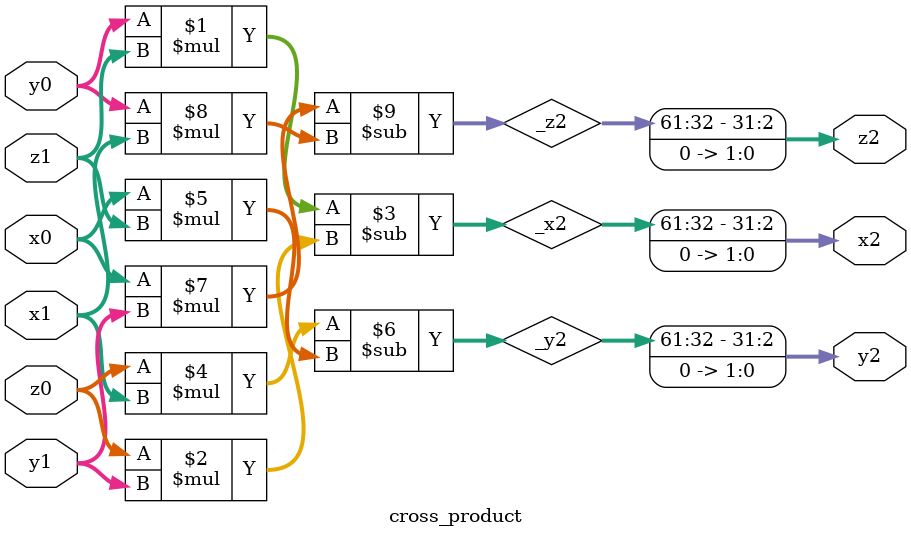
<source format=v>
module cross_product
    #(parameter N = 32, FRAC_WIDTH = 30)
    (
        input signed [N-1:0] x0,
        input signed [N-1:0] y0,
        input signed [N-1:0] z0,
        input signed [N-1:0] x1,
        input signed [N-1:0] y1,
        input signed [N-1:0] z1,
        output signed [N-1:0] x2,
        output signed [N-1:0] y2,
        output signed [N-1:0] z2
    );
    parameter INT_WIDTH = N - FRAC_WIDTH;
    parameter SHIFT_BIT = INT_WIDTH * INT_WIDTH - INT_WIDTH;

    wire signed [2*N-1: 0] _x2;
    wire signed [2*N-1: 0] _y2;
    wire signed [2*N-1: 0] _z2;

    assign _x2 = y0 * z1 - z0 * y1;
    assign _y2 = z0 * x1 - x0 * z1;
    assign _z2 = x0 * y1 - y0 * x1;

    assign x2 = _x2[2*N - 1:N] << SHIFT_BIT;
    assign y2 = _y2[2*N - 1:N] << SHIFT_BIT;
    assign z2 = _z2[2*N - 1:N] << SHIFT_BIT;

endmodule
</source>
